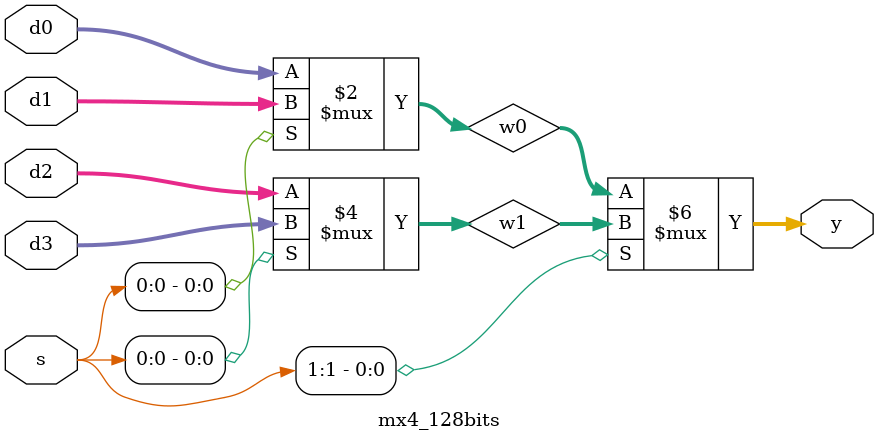
<source format=v>
module mx2(d0, d1, s, y);
	input d0, d1, s; //input
	output y; //output data
	
	assign y = (s == 0) ? d0 : d1; //if s is 0, output d0 or not, output d1
endmodule //End of module

//8-bit 2-to-1 multiplexer
module mx2_8bits(d0, d1, s, y);
	input [7:0] d0, d1; //8-bit input
	input s; //selection
	output [7:0] y; //8-bit output data
	
	assign y = (s == 0) ? d0 : d1; //if s is 0, output d0 or not, output d1
endmodule //End of module

//32-bit 2-to-1 multiplexer
module mx2_32bits(y,d0,d1,d2,d3,s);
	input [31:0] d0, d1, d2, d3; //d0~3 : input data.
	input s; //s : seletion input data
	output [31:0] y; //Output value
	
	wire [31:0] w0,w1;
	
	assign y = (s == 0) ? d0 : d1;
endmodule //End of module

//64-bit 2-to-1 multiplexer
module mx2_64bits(y,d0,d1,d2,d3,s);
	input [63:0] d0, d1, d2, d3; //d0~3 : input data.
	input s; //s : seletion input data
	output [63:0] y; //Output value
	
	wire [63:0] w0,w1;
	
	assign y = (s == 0) ? d0 : d1;
endmodule //End of module

//8-bit 4-to-1 multiplexer
module mx4_8bits(d0, d1, d2, d3, s, y);
	input [7:0] d0, d1, d2, d3; //8-bit input
	input [1:0] s; //selection
	output [7:0] y; //8-bit output data
	
	wire [7:0] w0,w1;
	
	assign w0 = (s[0] == 0) ? d0 : d1;
	assign w1 = (s[0] == 0) ? d2 : d3;
	assign y = (s[1] == 0) ? w0 : w1;
endmodule //End of module

//32-bit 4-to-1 multiplexer
module mx4_32bits(y,d0,d1,d2,d3,s);
	input [31:0] d0, d1, d2, d3; //d0~3 : input data.
	input [2:0] s; //s : seletion input data
	output [31:0] y; //Output value
	
	wire [31:0] w0,w1;
	
	assign w1 = (s[0] == 0) ? d3 : d2;
	assign w0 = (s[1] == 0) ? w1 : d1;
	assign y = (s[2] == 0) ? w0 : d0;
endmodule //End of module

//128-bit 4-to-1 multiplexer
module mx4_128bits(y,d0,d1,d2,d3,s);
	input [127:0] d0, d1, d2, d3; //d0~3 : input data.
	input [1:0] s; //s : seletion input data
	output [127:0] y; //Output value
	
	wire [127:0] w0,w1;
	
	assign w0 = (s[0] == 0) ? d0 : d1;
	assign w1 = (s[0] == 0) ? d2 : d3;
	assign y = (s[1] == 0) ? w0 : w1;
endmodule //End of module
</source>
